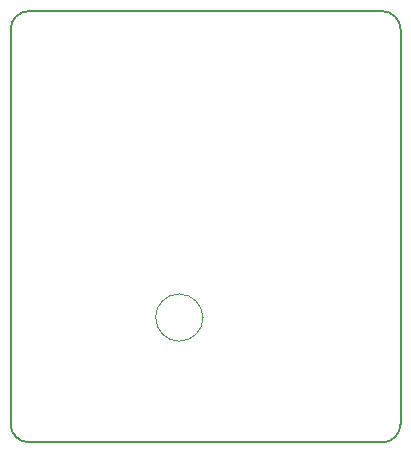
<source format=gbr>
G04 GERBER ASCII OUTPUT FROM: EDWINXP (VER. 1.61 REV. 20080315)*
G04 GERBER FORMAT: RX-274-X*
G04 BOARD: DSPIC_ADAPTER*
G04 ARTWORK OF Z POSITIVE*
%ASAXBY*%
%FSLAX23Y23*%
%MIA0B0*%
%MOIN*%
%OFA0.0000B0.0000*%
%SFA1B1*%
%IJA0B0*%
%INLAYER28POS*%
%IOA0B0*%
%IPPOS*%
%IR0*%
G04 APERTURE MACROS*
%AMEDWDONUT*
1,1,$1,$2,$3*
1,0,$4,$2,$3*
%
%AMEDWFRECT*
20,1,$1,$2,$3,$4,$5,$6*
%
%AMEDWORECT*
20,1,$1,$2,$3,$4,$5,$10*
20,1,$1,$4,$5,$6,$7,$10*
20,1,$1,$6,$7,$8,$9,$10*
20,1,$1,$8,$9,$2,$3,$10*
1,1,$1,$2,$3*
1,1,$1,$4,$5*
1,1,$1,$6,$7*
1,1,$1,$8,$9*
%
%AMEDWLINER*
20,1,$1,$2,$3,$4,$5,$6*
1,1,$1,$2,$3*
1,1,$1,$4,$5*
%
%AMEDWFTRNG*
4,1,3,$1,$2,$3,$4,$5,$6,$7,$8,$9*
%
%AMEDWATRNG*
4,1,3,$1,$2,$3,$4,$5,$6,$7,$8,$9*
20,1,$11,$1,$2,$3,$4,$10*
20,1,$11,$3,$4,$5,$6,$10*
20,1,$11,$5,$6,$7,$8,$10*
1,1,$11,$3,$4*
1,1,$11,$5,$6*
1,1,$11,$7,$8*
%
%AMEDWOTRNG*
20,1,$1,$2,$3,$4,$5,$8*
20,1,$1,$4,$5,$6,$7,$8*
20,1,$1,$6,$7,$2,$3,$8*
1,1,$1,$2,$3*
1,1,$1,$4,$5*
1,1,$1,$6,$7*
%
G04*
G04 APERTURE LIST*
%ADD10R,0.0500X0.0460*%
%ADD11R,0.0740X0.0700*%
%ADD12R,0.0440X0.0400*%
%ADD13R,0.0680X0.0640*%
%ADD14R,0.0460X0.0500*%
%ADD15R,0.0700X0.0740*%
%ADD16R,0.0400X0.0440*%
%ADD17R,0.0640X0.0680*%
%ADD18R,0.0700X0.0700*%
%ADD19R,0.0940X0.0940*%
%ADD20R,0.0600X0.0600*%
%ADD21R,0.0840X0.0840*%
%ADD22C,0.0010*%
%ADD24C,0.00197*%
%ADD26C,0.0020*%
%ADD27R,0.0020X0.0020*%
%ADD28C,0.0030*%
%ADD29R,0.0030X0.0030*%
%ADD30C,0.00302*%
%ADD31R,0.00302X0.00302*%
%ADD32C,0.0040*%
%ADD33R,0.0040X0.0040*%
%ADD34C,0.0050*%
%ADD35R,0.0050X0.0050*%
%ADD36C,0.00512*%
%ADD38C,0.00787*%
%ADD39R,0.00787X0.00787*%
%ADD40C,0.0080*%
%ADD42C,0.00889*%
%ADD43R,0.00889X0.00889*%
%ADD44C,0.00984*%
%ADD45R,0.00984X0.00984*%
%ADD46C,0.0100*%
%ADD47R,0.0100X0.0100*%
%ADD48C,0.01181*%
%ADD50C,0.0120*%
%ADD52C,0.0120*%
%ADD54C,0.0130*%
%ADD56C,0.01478*%
%ADD57R,0.01478X0.01478*%
%ADD58C,0.01575*%
%ADD60C,0.01677*%
%ADD61R,0.01677X0.01677*%
%ADD62C,0.01969*%
%ADD63R,0.01969X0.01969*%
%ADD64C,0.0235*%
%ADD65R,0.0235X0.0235*%
%ADD66C,0.02362*%
%ADD68C,0.0240*%
%ADD70C,0.0240*%
%ADD72C,0.02518*%
%ADD73R,0.02518X0.02518*%
%ADD74C,0.02597*%
%ADD76C,0.02602*%
%ADD77R,0.02602X0.02602*%
%ADD78C,0.0290*%
%ADD80C,0.02912*%
%ADD81R,0.02912X0.02912*%
%ADD82C,0.0300*%
%ADD83R,0.0300X0.0300*%
%ADD84C,0.03022*%
%ADD85R,0.03022X0.03022*%
%ADD86C,0.03187*%
%ADD88C,0.0320*%
%ADD90C,0.03274*%
%ADD91R,0.03274X0.03274*%
%ADD92C,0.0350*%
%ADD93R,0.0350X0.0350*%
%ADD94C,0.03581*%
%ADD96C,0.03609*%
%ADD97R,0.03609X0.03609*%
%ADD98C,0.0370*%
%ADD100C,0.03861*%
%ADD101R,0.03861X0.03861*%
%ADD102C,0.03937*%
%ADD103R,0.03937X0.03937*%
%ADD104C,0.03975*%
%ADD106C,0.04029*%
%ADD107R,0.04029X0.04029*%
%ADD108C,0.04077*%
%ADD109R,0.04077X0.04077*%
%ADD110C,0.0470*%
%ADD111R,0.0470X0.0470*%
%ADD112C,0.0475*%
%ADD113R,0.0475X0.0475*%
%ADD114C,0.04762*%
%ADD115R,0.04762X0.04762*%
%ADD116C,0.04784*%
%ADD117R,0.04784X0.04784*%
%ADD118C,0.04918*%
%ADD119R,0.04918X0.04918*%
%ADD120C,0.0500*%
%ADD121R,0.0500X0.0500*%
%ADD122C,0.05002*%
%ADD123R,0.05002X0.05002*%
%ADD124C,0.05036*%
%ADD125R,0.05036X0.05036*%
%ADD126C,0.0512*%
%ADD127R,0.0512X0.0512*%
%ADD128C,0.05422*%
%ADD129R,0.05422X0.05422*%
%ADD130C,0.05451*%
%ADD131R,0.05451X0.05451*%
%ADD132C,0.0560*%
%ADD133R,0.0560X0.0560*%
%ADD134C,0.05674*%
%ADD135R,0.05674X0.05674*%
%ADD136C,0.05906*%
%ADD137R,0.05906X0.05906*%
%ADD138C,0.0600*%
%ADD139R,0.0600X0.0600*%
%ADD140C,0.06009*%
%ADD141R,0.06009X0.06009*%
%ADD142C,0.06127*%
%ADD143R,0.06127X0.06127*%
%ADD144C,0.0620*%
%ADD146C,0.06261*%
%ADD147R,0.06261X0.06261*%
%ADD148C,0.06429*%
%ADD149R,0.06429X0.06429*%
%ADD150C,0.06793*%
%ADD151R,0.06793X0.06793*%
%ADD152C,0.06799*%
%ADD153R,0.06799X0.06799*%
%ADD154C,0.06906*%
%ADD155R,0.06906X0.06906*%
%ADD156C,0.0700*%
%ADD157R,0.0700X0.0700*%
%ADD158C,0.07051*%
%ADD159R,0.07051X0.07051*%
%ADD160C,0.0710*%
%ADD161R,0.0710X0.0710*%
%ADD162C,0.07184*%
%ADD163R,0.07184X0.07184*%
%ADD164C,0.07296*%
%ADD165R,0.07296X0.07296*%
%ADD166C,0.0738*%
%ADD167R,0.0738X0.0738*%
%ADD168C,0.07436*%
%ADD169R,0.07436X0.07436*%
%ADD170C,0.0752*%
%ADD171R,0.0752X0.0752*%
%ADD172C,0.0760*%
%ADD174C,0.07851*%
%ADD175R,0.07851X0.07851*%
%ADD176C,0.07883*%
%ADD177R,0.07883X0.07883*%
%ADD178C,0.0800*%
%ADD179R,0.0800X0.0800*%
%ADD180C,0.08527*%
%ADD181R,0.08527X0.08527*%
%ADD182C,0.0860*%
%ADD184C,0.08646*%
%ADD185R,0.08646X0.08646*%
%ADD186C,0.08981*%
%ADD187R,0.08981X0.08981*%
%ADD188C,0.09193*%
%ADD189R,0.09193X0.09193*%
%ADD190C,0.09199*%
%ADD191R,0.09199X0.09199*%
%ADD192C,0.09451*%
%ADD193R,0.09451X0.09451*%
%ADD194C,0.09696*%
%ADD195R,0.09696X0.09696*%
%ADD196C,0.0978*%
%ADD197R,0.0978X0.0978*%
%ADD198C,0.09811*%
%ADD199R,0.09811X0.09811*%
%ADD200C,0.1000*%
%ADD203R,0.10283X0.10283*%
%ADD205R,0.11046X0.11046*%
%ADD207R,0.11381X0.11381*%
%ADD209R,0.11835X0.11835*%
%ADD211R,0.12211X0.12211*%
%ADD213R,0.12339X0.12339*%
%ADD215R,0.12423X0.12423*%
%ADD217R,0.12842X0.12842*%
%ADD219R,0.13934X0.13934*%
%ADD221R,0.14235X0.14235*%
%ADD223R,0.14507X0.14507*%
%ADD225R,0.14739X0.14739*%
%ADD227R,0.14823X0.14823*%
%ADD229R,0.15242X0.15242*%
%ADD231R,0.16334X0.16334*%
%ADD233R,0.16907X0.16907*%
%ADD235R,0.17039X0.17039*%
%ADD237R,0.19439X0.19439*%
%ADD239R,0.21152X0.21152*%
%ADD241R,0.23552X0.23552*%
%ADD243R,0.26776X0.26776*%
%ADD245R,0.27783X0.27783*%
%ADD247R,0.28035X0.28035*%
%ADD249R,0.29176X0.29176*%
%ADD251R,0.30183X0.30183*%
%ADD253R,0.30435X0.30435*%
%ADD255R,0.49943X0.49943*%
%ADD257R,0.52041X0.52041*%
%ADD259R,0.52209X0.52209*%
%ADD261R,0.52343X0.52343*%
%ADD263R,0.54441X0.54441*%
%ADD265R,0.54609X0.54609*%
%ADD266C,0.64609*%
%ADD267R,0.64609X0.64609*%
%ADD268C,0.74609*%
%ADD269R,0.74609X0.74609*%
%ADD270C,0.84609*%
%ADD271R,0.84609X0.84609*%
%ADD272C,0.94609*%
%ADD273R,0.94609X0.94609*%
%ADD274C,1.04609*%
%ADD275R,1.04609X1.04609*%
%ADD276C,1.14609*%
%ADD277R,1.14609X1.14609*%
%ADD278C,1.24609*%
%ADD279R,1.24609X1.24609*%
%ADD280C,1.34609*%
%ADD281R,1.34609X1.34609*%
%ADD282C,1.44609*%
%ADD283R,1.44609X1.44609*%
%ADD284C,1.54609*%
%ADD285R,1.54609X1.54609*%
%ADD286C,1.64609*%
%ADD287R,1.64609X1.64609*%
%ADD288C,1.74609*%
%ADD289R,1.74609X1.74609*%
%ADD290C,1.84609*%
%ADD291R,1.84609X1.84609*%
%ADD292C,1.94609*%
%ADD293R,1.94609X1.94609*%
G04*
D24* 
G75*
G01X562Y495D02*
G03X484Y416I0J-79D01*
G01*
G75*
G01X641Y416D02*
G03X562Y495I-79J-0D01*
G01*
G75*
G01X563Y338D02*
G03X641Y416I-0J79D01*
G01*
G75*
G01X484Y416D02*
G03X563Y338I79J0D01*
G01*
D34* 
G75*
G01X0Y62D02*
G03X62Y0I62J0D01*
G01*
X62Y0D02*
X1238Y0D01*
G75*
G01X1238Y0D02*
G03X1300Y62I0J62D01*
G01*
X1300Y62D02*
X1300Y1376D01*
G75*
G01X1300Y1376D02*
G03X1238Y1438I-62J0D01*
G01*
X1238Y1438D02*
X62Y1438D01*
G75*
G01X62Y1438D02*
G03X0Y1376I0J-62D01*
G01*
X0Y1376D02*
X0Y62D01*
M02*

</source>
